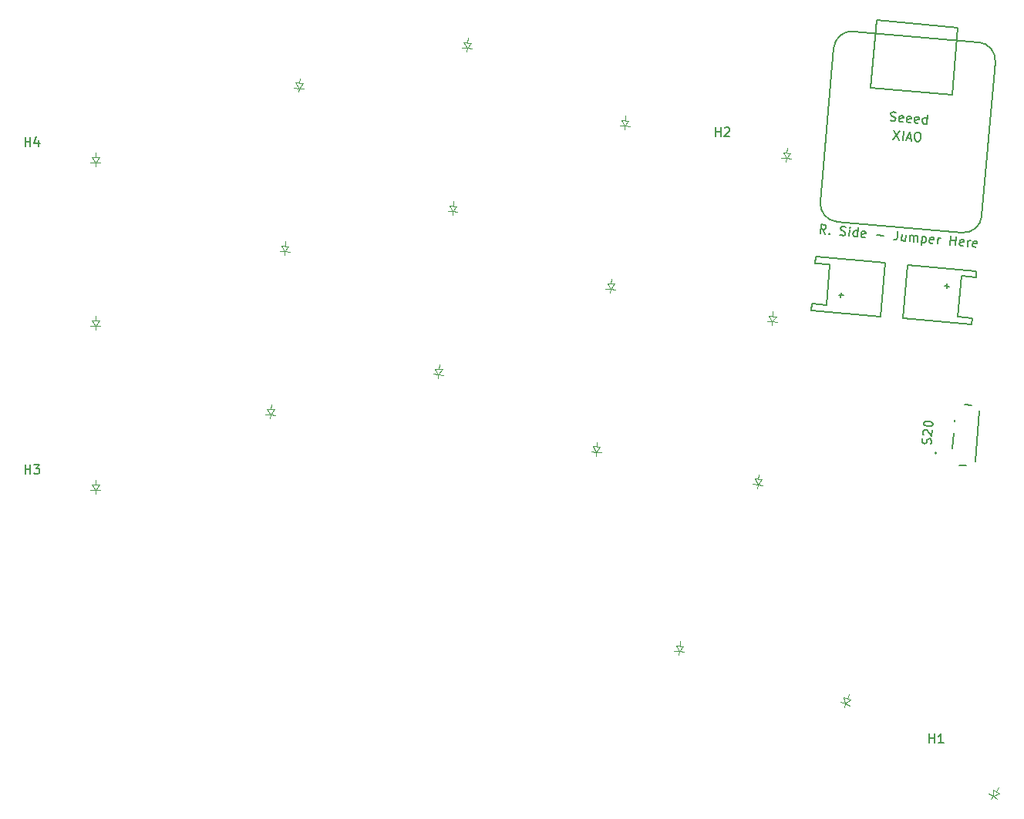
<source format=gbr>
%TF.GenerationSoftware,KiCad,Pcbnew,8.0.6*%
%TF.CreationDate,2024-11-20T19:49:45-07:00*%
%TF.ProjectId,board,626f6172-642e-46b6-9963-61645f706362,v1.0.0*%
%TF.SameCoordinates,Original*%
%TF.FileFunction,Legend,Top*%
%TF.FilePolarity,Positive*%
%FSLAX46Y46*%
G04 Gerber Fmt 4.6, Leading zero omitted, Abs format (unit mm)*
G04 Created by KiCad (PCBNEW 8.0.6) date 2024-11-20 19:49:45*
%MOMM*%
%LPD*%
G01*
G04 APERTURE LIST*
%ADD10C,0.150000*%
%ADD11C,0.100000*%
%ADD12C,0.127000*%
%ADD13C,0.200000*%
G04 APERTURE END LIST*
D10*
X-761904Y33245180D02*
X-761904Y34245180D01*
X-761904Y33768990D02*
X-190476Y33768990D01*
X-190476Y33245180D02*
X-190476Y34245180D01*
X714285Y33911847D02*
X714285Y33245180D01*
X476190Y34292800D02*
X238095Y33578514D01*
X238095Y33578514D02*
X857142Y33578514D01*
X87102338Y23600701D02*
X86811776Y24104132D01*
X86533084Y23650505D02*
X86620239Y24646699D01*
X86620239Y24646699D02*
X86999742Y24613497D01*
X86999742Y24613497D02*
X87090468Y24557759D01*
X87090468Y24557759D02*
X87133755Y24506171D01*
X87133755Y24506171D02*
X87172892Y24407145D01*
X87172892Y24407145D02*
X87160442Y24264831D01*
X87160442Y24264831D02*
X87104703Y24174106D01*
X87104703Y24174106D02*
X87053115Y24130818D01*
X87053115Y24130818D02*
X86954089Y24091681D01*
X86954089Y24091681D02*
X86574586Y24124883D01*
X87537579Y23658225D02*
X87580867Y23606637D01*
X87580867Y23606637D02*
X87529278Y23563349D01*
X87529278Y23563349D02*
X87485991Y23614937D01*
X87485991Y23614937D02*
X87537579Y23658225D01*
X87537579Y23658225D02*
X87529278Y23563349D01*
X88719375Y23507030D02*
X88857538Y23447141D01*
X88857538Y23447141D02*
X89094727Y23426390D01*
X89094727Y23426390D02*
X89193753Y23465527D01*
X89193753Y23465527D02*
X89245341Y23508815D01*
X89245341Y23508815D02*
X89301079Y23599540D01*
X89301079Y23599540D02*
X89309380Y23694416D01*
X89309380Y23694416D02*
X89270243Y23793442D01*
X89270243Y23793442D02*
X89226955Y23845030D01*
X89226955Y23845030D02*
X89136230Y23900768D01*
X89136230Y23900768D02*
X88950629Y23964807D01*
X88950629Y23964807D02*
X88859903Y24020546D01*
X88859903Y24020546D02*
X88816616Y24072134D01*
X88816616Y24072134D02*
X88777478Y24171160D01*
X88777478Y24171160D02*
X88785779Y24266035D01*
X88785779Y24266035D02*
X88841517Y24356761D01*
X88841517Y24356761D02*
X88893105Y24400048D01*
X88893105Y24400048D02*
X88992131Y24439186D01*
X88992131Y24439186D02*
X89229321Y24418434D01*
X89229321Y24418434D02*
X89367484Y24358546D01*
X89711419Y23372436D02*
X89769523Y24036566D01*
X89798575Y24368631D02*
X89746987Y24325344D01*
X89746987Y24325344D02*
X89790274Y24273755D01*
X89790274Y24273755D02*
X89841862Y24317043D01*
X89841862Y24317043D02*
X89798575Y24368631D01*
X89798575Y24368631D02*
X89790274Y24273755D01*
X90612738Y23293581D02*
X90699893Y24289776D01*
X90616888Y23341019D02*
X90517862Y23301882D01*
X90517862Y23301882D02*
X90328110Y23318483D01*
X90328110Y23318483D02*
X90237385Y23374221D01*
X90237385Y23374221D02*
X90194098Y23425809D01*
X90194098Y23425809D02*
X90154960Y23524835D01*
X90154960Y23524835D02*
X90179862Y23809462D01*
X90179862Y23809462D02*
X90235600Y23900188D01*
X90235600Y23900188D02*
X90287188Y23943475D01*
X90287188Y23943475D02*
X90386214Y23982613D01*
X90386214Y23982613D02*
X90575966Y23966012D01*
X90575966Y23966012D02*
X90666691Y23910273D01*
X91470769Y23266314D02*
X91371743Y23227177D01*
X91371743Y23227177D02*
X91181992Y23243778D01*
X91181992Y23243778D02*
X91091266Y23299516D01*
X91091266Y23299516D02*
X91052129Y23398542D01*
X91052129Y23398542D02*
X91085331Y23778045D01*
X91085331Y23778045D02*
X91141070Y23868770D01*
X91141070Y23868770D02*
X91240096Y23907908D01*
X91240096Y23907908D02*
X91429847Y23891307D01*
X91429847Y23891307D02*
X91520572Y23835568D01*
X91520572Y23835568D02*
X91559710Y23736542D01*
X91559710Y23736542D02*
X91551409Y23641667D01*
X91551409Y23641667D02*
X91068730Y23588294D01*
X92733205Y23490472D02*
X93492211Y23424068D01*
X95064175Y23907951D02*
X95001921Y23196383D01*
X95001921Y23196383D02*
X94942033Y23058220D01*
X94942033Y23058220D02*
X94838856Y22971645D01*
X94838856Y22971645D02*
X94692392Y22936658D01*
X94692392Y22936658D02*
X94597517Y22944958D01*
X95936443Y23497031D02*
X95878339Y22832901D01*
X95509502Y23534383D02*
X95463849Y23012567D01*
X95463849Y23012567D02*
X95502986Y22913541D01*
X95502986Y22913541D02*
X95593712Y22857802D01*
X95593712Y22857802D02*
X95736025Y22845352D01*
X95736025Y22845352D02*
X95835051Y22884489D01*
X95835051Y22884489D02*
X95886639Y22927776D01*
X96352717Y22791398D02*
X96410821Y23455528D01*
X96402521Y23360652D02*
X96454109Y23403940D01*
X96454109Y23403940D02*
X96553135Y23443077D01*
X96553135Y23443077D02*
X96695448Y23430626D01*
X96695448Y23430626D02*
X96786174Y23374888D01*
X96786174Y23374888D02*
X96825311Y23275862D01*
X96825311Y23275862D02*
X96779658Y22754046D01*
X96825311Y23275862D02*
X96881049Y23366587D01*
X96881049Y23366587D02*
X96980075Y23405725D01*
X96980075Y23405725D02*
X97122389Y23393274D01*
X97122389Y23393274D02*
X97213114Y23337535D01*
X97213114Y23337535D02*
X97252251Y23238509D01*
X97252251Y23238509D02*
X97206598Y22716693D01*
X97739080Y23339320D02*
X97651925Y22343126D01*
X97734930Y23291882D02*
X97833956Y23331020D01*
X97833956Y23331020D02*
X98023707Y23314419D01*
X98023707Y23314419D02*
X98114433Y23258680D01*
X98114433Y23258680D02*
X98157720Y23207092D01*
X98157720Y23207092D02*
X98196858Y23108066D01*
X98196858Y23108066D02*
X98171956Y22823439D01*
X98171956Y22823439D02*
X98116218Y22732714D01*
X98116218Y22732714D02*
X98064630Y22689426D01*
X98064630Y22689426D02*
X97965604Y22650289D01*
X97965604Y22650289D02*
X97775852Y22666890D01*
X97775852Y22666890D02*
X97685127Y22722628D01*
X98965949Y22610571D02*
X98866923Y22571434D01*
X98866923Y22571434D02*
X98677171Y22588035D01*
X98677171Y22588035D02*
X98586446Y22643773D01*
X98586446Y22643773D02*
X98547309Y22742799D01*
X98547309Y22742799D02*
X98580511Y23122302D01*
X98580511Y23122302D02*
X98636249Y23213027D01*
X98636249Y23213027D02*
X98735275Y23252164D01*
X98735275Y23252164D02*
X98925027Y23235563D01*
X98925027Y23235563D02*
X99015752Y23179825D01*
X99015752Y23179825D02*
X99054889Y23080799D01*
X99054889Y23080799D02*
X99046589Y22985923D01*
X99046589Y22985923D02*
X98563910Y22932550D01*
X99436177Y22521630D02*
X99494281Y23185760D01*
X99477680Y22996009D02*
X99533418Y23086734D01*
X99533418Y23086734D02*
X99585006Y23130022D01*
X99585006Y23130022D02*
X99684032Y23169159D01*
X99684032Y23169159D02*
X99778908Y23160858D01*
X100811875Y22401272D02*
X100899031Y23397467D01*
X100857528Y22923089D02*
X101426782Y22873285D01*
X101381129Y22351469D02*
X101468285Y23347664D01*
X102239161Y22324202D02*
X102140135Y22285065D01*
X102140135Y22285065D02*
X101950383Y22301666D01*
X101950383Y22301666D02*
X101859658Y22357404D01*
X101859658Y22357404D02*
X101820521Y22456430D01*
X101820521Y22456430D02*
X101853723Y22835933D01*
X101853723Y22835933D02*
X101909461Y22926658D01*
X101909461Y22926658D02*
X102008487Y22965796D01*
X102008487Y22965796D02*
X102198238Y22949194D01*
X102198238Y22949194D02*
X102288964Y22893456D01*
X102288964Y22893456D02*
X102328101Y22794430D01*
X102328101Y22794430D02*
X102319801Y22699554D01*
X102319801Y22699554D02*
X101837122Y22646181D01*
X102709389Y22235261D02*
X102767493Y22899391D01*
X102750892Y22709640D02*
X102806630Y22800365D01*
X102806630Y22800365D02*
X102858218Y22843653D01*
X102858218Y22843653D02*
X102957244Y22882790D01*
X102957244Y22882790D02*
X103052120Y22874490D01*
X103709734Y22195543D02*
X103610708Y22156406D01*
X103610708Y22156406D02*
X103420957Y22173007D01*
X103420957Y22173007D02*
X103330231Y22228746D01*
X103330231Y22228746D02*
X103291094Y22327772D01*
X103291094Y22327772D02*
X103324296Y22707274D01*
X103324296Y22707274D02*
X103380035Y22798000D01*
X103380035Y22798000D02*
X103479061Y22837137D01*
X103479061Y22837137D02*
X103668812Y22820536D01*
X103668812Y22820536D02*
X103759538Y22764798D01*
X103759538Y22764798D02*
X103798675Y22665772D01*
X103798675Y22665772D02*
X103790374Y22570896D01*
X103790374Y22570896D02*
X103307695Y22517523D01*
X94647192Y34986451D02*
X95224166Y33932152D01*
X95311322Y34928347D02*
X94560036Y33990256D01*
X95603669Y33898950D02*
X95690824Y34895145D01*
X96055510Y34146224D02*
X96529889Y34104722D01*
X95935733Y33869898D02*
X96354954Y34837041D01*
X96354954Y34837041D02*
X96599863Y33811794D01*
X97208835Y34762336D02*
X97398586Y34745735D01*
X97398586Y34745735D02*
X97489312Y34689996D01*
X97489312Y34689996D02*
X97575887Y34586820D01*
X97575887Y34586820D02*
X97606724Y34392918D01*
X97606724Y34392918D02*
X97577672Y34060854D01*
X97577672Y34060854D02*
X97513633Y33875252D01*
X97513633Y33875252D02*
X97410457Y33788677D01*
X97410457Y33788677D02*
X97311431Y33749540D01*
X97311431Y33749540D02*
X97121679Y33766141D01*
X97121679Y33766141D02*
X97030954Y33821880D01*
X97030954Y33821880D02*
X96944379Y33925056D01*
X96944379Y33925056D02*
X96913542Y34118957D01*
X96913542Y34118957D02*
X96942594Y34451022D01*
X96942594Y34451022D02*
X97006633Y34636623D01*
X97006633Y34636623D02*
X97109809Y34723199D01*
X97109809Y34723199D02*
X97208835Y34762336D01*
X94240400Y36073661D02*
X94378563Y36013772D01*
X94378563Y36013772D02*
X94615753Y35993021D01*
X94615753Y35993021D02*
X94714779Y36032158D01*
X94714779Y36032158D02*
X94766367Y36075446D01*
X94766367Y36075446D02*
X94822105Y36166171D01*
X94822105Y36166171D02*
X94830406Y36261047D01*
X94830406Y36261047D02*
X94791268Y36360073D01*
X94791268Y36360073D02*
X94747981Y36411661D01*
X94747981Y36411661D02*
X94657255Y36467399D01*
X94657255Y36467399D02*
X94471654Y36531438D01*
X94471654Y36531438D02*
X94380929Y36587176D01*
X94380929Y36587176D02*
X94337641Y36638765D01*
X94337641Y36638765D02*
X94298504Y36737790D01*
X94298504Y36737790D02*
X94306804Y36832666D01*
X94306804Y36832666D02*
X94362543Y36923392D01*
X94362543Y36923392D02*
X94414131Y36966679D01*
X94414131Y36966679D02*
X94513157Y37005816D01*
X94513157Y37005816D02*
X94750346Y36985065D01*
X94750346Y36985065D02*
X94888509Y36925176D01*
X95616098Y35953303D02*
X95517072Y35914165D01*
X95517072Y35914165D02*
X95327320Y35930767D01*
X95327320Y35930767D02*
X95236595Y35986505D01*
X95236595Y35986505D02*
X95197458Y36085531D01*
X95197458Y36085531D02*
X95230660Y36465034D01*
X95230660Y36465034D02*
X95286398Y36555759D01*
X95286398Y36555759D02*
X95385424Y36594896D01*
X95385424Y36594896D02*
X95575175Y36578295D01*
X95575175Y36578295D02*
X95665901Y36522557D01*
X95665901Y36522557D02*
X95705038Y36423531D01*
X95705038Y36423531D02*
X95696738Y36328655D01*
X95696738Y36328655D02*
X95214059Y36275282D01*
X96469979Y35878598D02*
X96370953Y35839461D01*
X96370953Y35839461D02*
X96181202Y35856062D01*
X96181202Y35856062D02*
X96090476Y35911800D01*
X96090476Y35911800D02*
X96051339Y36010826D01*
X96051339Y36010826D02*
X96084541Y36390329D01*
X96084541Y36390329D02*
X96140279Y36481054D01*
X96140279Y36481054D02*
X96239305Y36520191D01*
X96239305Y36520191D02*
X96429057Y36503590D01*
X96429057Y36503590D02*
X96519782Y36447852D01*
X96519782Y36447852D02*
X96558919Y36348826D01*
X96558919Y36348826D02*
X96550619Y36253950D01*
X96550619Y36253950D02*
X96067940Y36200577D01*
X97323860Y35803893D02*
X97224834Y35764756D01*
X97224834Y35764756D02*
X97035083Y35781357D01*
X97035083Y35781357D02*
X96944357Y35837095D01*
X96944357Y35837095D02*
X96905220Y35936121D01*
X96905220Y35936121D02*
X96938422Y36315624D01*
X96938422Y36315624D02*
X96994161Y36406349D01*
X96994161Y36406349D02*
X97093187Y36445486D01*
X97093187Y36445486D02*
X97282938Y36428885D01*
X97282938Y36428885D02*
X97373663Y36373147D01*
X97373663Y36373147D02*
X97412801Y36274121D01*
X97412801Y36274121D02*
X97404500Y36179245D01*
X97404500Y36179245D02*
X96921821Y36125872D01*
X98221029Y35677600D02*
X98308185Y36673795D01*
X98225179Y35725038D02*
X98126153Y35685900D01*
X98126153Y35685900D02*
X97936402Y35702501D01*
X97936402Y35702501D02*
X97845677Y35758240D01*
X97845677Y35758240D02*
X97802389Y35809828D01*
X97802389Y35809828D02*
X97763252Y35908854D01*
X97763252Y35908854D02*
X97788153Y36193481D01*
X97788153Y36193481D02*
X97843892Y36284206D01*
X97843892Y36284206D02*
X97895480Y36327494D01*
X97895480Y36327494D02*
X97994506Y36366631D01*
X97994506Y36366631D02*
X98184257Y36350030D01*
X98184257Y36350030D02*
X98274983Y36294292D01*
X98671941Y516800D02*
X98731830Y654963D01*
X98731830Y654963D02*
X98752581Y892153D01*
X98752581Y892153D02*
X98713444Y991179D01*
X98713444Y991179D02*
X98670156Y1042767D01*
X98670156Y1042767D02*
X98579431Y1098505D01*
X98579431Y1098505D02*
X98484555Y1106806D01*
X98484555Y1106806D02*
X98385529Y1067668D01*
X98385529Y1067668D02*
X98333941Y1024381D01*
X98333941Y1024381D02*
X98278203Y933655D01*
X98278203Y933655D02*
X98214164Y748054D01*
X98214164Y748054D02*
X98158425Y657329D01*
X98158425Y657329D02*
X98106837Y614041D01*
X98106837Y614041D02*
X98007811Y574904D01*
X98007811Y574904D02*
X97912935Y583205D01*
X97912935Y583205D02*
X97822210Y638943D01*
X97822210Y638943D02*
X97778922Y690531D01*
X97778922Y690531D02*
X97739785Y789557D01*
X97739785Y789557D02*
X97760537Y1026746D01*
X97760537Y1026746D02*
X97820425Y1164910D01*
X97901065Y1540262D02*
X97857778Y1591850D01*
X97857778Y1591850D02*
X97818640Y1690876D01*
X97818640Y1690876D02*
X97839392Y1928065D01*
X97839392Y1928065D02*
X97895130Y2018791D01*
X97895130Y2018791D02*
X97946718Y2062078D01*
X97946718Y2062078D02*
X98045744Y2101216D01*
X98045744Y2101216D02*
X98140620Y2092915D01*
X98140620Y2092915D02*
X98278783Y2033026D01*
X98278783Y2033026D02*
X98798234Y1413969D01*
X98798234Y1413969D02*
X98852188Y2030661D01*
X97909946Y2734509D02*
X97918247Y2829384D01*
X97918247Y2829384D02*
X97973985Y2920110D01*
X97973985Y2920110D02*
X98025573Y2963397D01*
X98025573Y2963397D02*
X98124599Y3002535D01*
X98124599Y3002535D02*
X98318501Y3033371D01*
X98318501Y3033371D02*
X98555690Y3012620D01*
X98555690Y3012620D02*
X98741291Y2948581D01*
X98741291Y2948581D02*
X98832017Y2892843D01*
X98832017Y2892843D02*
X98875304Y2841255D01*
X98875304Y2841255D02*
X98914442Y2742229D01*
X98914442Y2742229D02*
X98906141Y2647353D01*
X98906141Y2647353D02*
X98850403Y2556628D01*
X98850403Y2556628D02*
X98798815Y2513340D01*
X98798815Y2513340D02*
X98699789Y2474203D01*
X98699789Y2474203D02*
X98505887Y2443366D01*
X98505887Y2443366D02*
X98268698Y2464117D01*
X98268698Y2464117D02*
X98083097Y2528156D01*
X98083097Y2528156D02*
X97992371Y2583895D01*
X97992371Y2583895D02*
X97949084Y2635483D01*
X97949084Y2635483D02*
X97909946Y2734509D01*
X75039687Y34315955D02*
X75039687Y35315955D01*
X75039687Y34839765D02*
X75611115Y34839765D01*
X75611115Y34315955D02*
X75611115Y35315955D01*
X76039687Y35220717D02*
X76087306Y35268336D01*
X76087306Y35268336D02*
X76182544Y35315955D01*
X76182544Y35315955D02*
X76420639Y35315955D01*
X76420639Y35315955D02*
X76515877Y35268336D01*
X76515877Y35268336D02*
X76563496Y35220717D01*
X76563496Y35220717D02*
X76611115Y35125479D01*
X76611115Y35125479D02*
X76611115Y35030241D01*
X76611115Y35030241D02*
X76563496Y34887384D01*
X76563496Y34887384D02*
X75992068Y34315955D01*
X75992068Y34315955D02*
X76611115Y34315955D01*
X98529527Y-32317869D02*
X98529527Y-31317869D01*
X98529527Y-31794059D02*
X99100955Y-31794059D01*
X99100955Y-32317869D02*
X99100955Y-31317869D01*
X100100955Y-32317869D02*
X99529527Y-32317869D01*
X99815241Y-32317869D02*
X99815241Y-31317869D01*
X99815241Y-31317869D02*
X99720003Y-31460726D01*
X99720003Y-31460726D02*
X99624765Y-31555964D01*
X99624765Y-31555964D02*
X99529527Y-31603583D01*
X-761904Y-2754819D02*
X-761904Y-1754819D01*
X-761904Y-2231009D02*
X-190476Y-2231009D01*
X-190476Y-2754819D02*
X-190476Y-1754819D01*
X190476Y-1754819D02*
X809523Y-1754819D01*
X809523Y-1754819D02*
X476190Y-2135771D01*
X476190Y-2135771D02*
X619047Y-2135771D01*
X619047Y-2135771D02*
X714285Y-2183390D01*
X714285Y-2183390D02*
X761904Y-2231009D01*
X761904Y-2231009D02*
X809523Y-2326247D01*
X809523Y-2326247D02*
X809523Y-2564342D01*
X809523Y-2564342D02*
X761904Y-2659580D01*
X761904Y-2659580D02*
X714285Y-2707200D01*
X714285Y-2707200D02*
X619047Y-2754819D01*
X619047Y-2754819D02*
X333333Y-2754819D01*
X333333Y-2754819D02*
X238095Y-2707200D01*
X238095Y-2707200D02*
X190476Y-2659580D01*
D11*
%TO.C,D2*%
X6575552Y14056658D02*
X7375552Y14056658D01*
X6975552Y14056658D02*
X6975552Y14556658D01*
X6975552Y13456658D02*
X6425552Y13456658D01*
X6975552Y13456658D02*
X6575552Y14056658D01*
X6975552Y13456658D02*
X7525552Y13456658D01*
X6975552Y13056658D02*
X6975552Y13456658D01*
X7375552Y14056658D02*
X6975552Y13456658D01*
%TO.C,D12*%
X64730601Y36109605D02*
X65527557Y36039880D01*
X65041923Y35078548D02*
X65076784Y35477026D01*
X65076784Y35477026D02*
X64528878Y35524962D01*
X65076784Y35477026D02*
X64730601Y36109605D01*
X65076784Y35477026D02*
X65624693Y35429090D01*
X65129079Y36074743D02*
X65172657Y36572840D01*
X65527557Y36039880D02*
X65076784Y35477026D01*
%TO.C,D10*%
X61592994Y246595D02*
X62389950Y176870D01*
X61904316Y-784462D02*
X61939177Y-385984D01*
X61939177Y-385984D02*
X61391271Y-338048D01*
X61939177Y-385984D02*
X61592994Y246595D01*
X61939177Y-385984D02*
X62487086Y-433920D01*
X61991472Y211733D02*
X62035050Y709830D01*
X62389950Y176870D02*
X61939177Y-385984D01*
D10*
%TO.C,JST1*%
X85562607Y15207780D02*
X93133686Y14545396D01*
X85623616Y15905116D02*
X85562607Y15207780D01*
X86015817Y20387992D02*
X87609728Y20248543D01*
X86076826Y21085329D02*
X86015817Y20387992D01*
X87217527Y15765667D02*
X85623616Y15905116D01*
X87609728Y20248543D02*
X87217527Y15765667D01*
X88571715Y16901966D02*
X89069813Y16858388D01*
X88798975Y16631128D02*
X88842553Y17129225D01*
X93133686Y14545396D02*
X93647905Y20422945D01*
X93647905Y20422945D02*
X86076826Y21085329D01*
D11*
%TO.C,D5*%
X27385944Y22311901D02*
X28182900Y22242176D01*
X27697266Y21280844D02*
X27732127Y21679322D01*
X27732127Y21679322D02*
X27184221Y21727258D01*
X27732127Y21679322D02*
X27385944Y22311901D01*
X27732127Y21679322D02*
X28280036Y21631386D01*
X27784422Y22277039D02*
X27828000Y22775136D01*
X28182900Y22242176D02*
X27732127Y21679322D01*
%TO.C,D4*%
X25817141Y4380397D02*
X26614097Y4310672D01*
X26128463Y3349340D02*
X26163324Y3747818D01*
X26163324Y3747818D02*
X25615418Y3795754D01*
X26163324Y3747818D02*
X25817141Y4380397D01*
X26163324Y3747818D02*
X26711233Y3699882D01*
X26215619Y4345535D02*
X26259197Y4843632D01*
X26614097Y4310672D02*
X26163324Y3747818D01*
D10*
%TO.C,JST2*%
X95624174Y14327507D02*
X103195253Y13665123D01*
X96138393Y20205056D02*
X95624174Y14327507D01*
X100473104Y18119324D02*
X100429526Y17621227D01*
X100700364Y17848486D02*
X100202266Y17892064D01*
X101662351Y14501909D02*
X102054552Y18984785D01*
X102054552Y18984785D02*
X103648463Y18845336D01*
X103195253Y13665123D02*
X103256262Y14362460D01*
X103256262Y14362460D02*
X101662351Y14501909D01*
X103648463Y18845336D02*
X103709472Y19542672D01*
X103709472Y19542672D02*
X96138393Y20205056D01*
D11*
%TO.C,D17*%
X89128183Y-27327152D02*
X89882296Y-27594197D01*
X89171433Y-28403316D02*
X89304957Y-28026260D01*
X89304957Y-28026260D02*
X88786503Y-27842666D01*
X89304957Y-28026260D02*
X89128183Y-27327152D01*
X89304957Y-28026260D02*
X89823408Y-28209853D01*
X89505240Y-27460675D02*
X89672143Y-26989354D01*
X89882296Y-27594197D02*
X89304957Y-28026260D01*
%TO.C,D6*%
X28954747Y40243406D02*
X29751703Y40173681D01*
X29266069Y39212349D02*
X29300930Y39610827D01*
X29300930Y39610827D02*
X28753024Y39658763D01*
X29300930Y39610827D02*
X28954747Y40243406D01*
X29300930Y39610827D02*
X29848839Y39562891D01*
X29353225Y40208544D02*
X29396803Y40706641D01*
X29751703Y40173681D02*
X29300930Y39610827D01*
%TO.C,D14*%
X80918990Y14616907D02*
X81715946Y14547182D01*
X81230312Y13585850D02*
X81265173Y13984328D01*
X81265173Y13984328D02*
X80717267Y14032264D01*
X81265173Y13984328D02*
X80918990Y14616907D01*
X81265173Y13984328D02*
X81813082Y13936392D01*
X81317468Y14582045D02*
X81361046Y15080142D01*
X81715946Y14547182D02*
X81265173Y13984328D01*
D12*
%TO.C,U1*%
X88035956Y44051974D02*
X86554308Y27116664D01*
X88372386Y24949963D02*
X102119873Y23747214D01*
X103950144Y44667303D02*
X90202657Y45870052D01*
X104286574Y25565292D02*
X105768222Y42500602D01*
X88035956Y44051974D02*
G75*
G02*
X90202657Y45870052I1992388J-174310D01*
G01*
X88372386Y24949963D02*
G75*
G02*
X86554308Y27116664I174311J1992389D01*
G01*
X103950144Y44667303D02*
G75*
G02*
X105768222Y42500602I-174312J-1992390D01*
G01*
X104286574Y25565292D02*
G75*
G02*
X102119873Y23747214I-1992389J174311D01*
G01*
X101683389Y46295088D02*
X101036342Y38899308D01*
X92070590Y39683710D01*
X92717637Y47079489D01*
X101683389Y46295088D01*
D11*
%TO.C,D15*%
X82487794Y32548412D02*
X83284750Y32478687D01*
X82799116Y31517355D02*
X82833977Y31915833D01*
X82833977Y31915833D02*
X82286071Y31963769D01*
X82833977Y31915833D02*
X82487794Y32548412D01*
X82833977Y31915833D02*
X83381886Y31867897D01*
X82886272Y32513550D02*
X82929850Y33011647D01*
X83284750Y32478687D02*
X82833977Y31915833D01*
D12*
%TO.C,S20*%
X101067241Y39315D02*
X101211919Y1692998D01*
X101328708Y3027899D02*
X101342653Y3187290D01*
X102586582Y-1870371D02*
X101829474Y-1804133D01*
X103170526Y4804133D02*
X102413418Y4870371D01*
X104041704Y4205929D02*
X103548402Y-1432533D01*
D13*
X99315696Y-471255D02*
G75*
G02*
X99115696Y-471255I-100000J0D01*
G01*
X99115696Y-471255D02*
G75*
G02*
X99315696Y-471255I100000J0D01*
G01*
D11*
%TO.C,D16*%
X70720865Y-21632207D02*
X71517821Y-21701932D01*
X71032187Y-22663264D02*
X71067048Y-22264786D01*
X71067048Y-22264786D02*
X70519142Y-22216850D01*
X71067048Y-22264786D02*
X70720865Y-21632207D01*
X71067048Y-22264786D02*
X71614957Y-22312722D01*
X71119343Y-21667069D02*
X71162921Y-21168972D01*
X71517821Y-21701932D02*
X71067048Y-22264786D01*
%TO.C,D8*%
X45840383Y26720266D02*
X46637339Y26650541D01*
X46151705Y25689209D02*
X46186566Y26087687D01*
X46186566Y26087687D02*
X45638660Y26135623D01*
X46186566Y26087687D02*
X45840383Y26720266D01*
X46186566Y26087687D02*
X46734475Y26039751D01*
X46238861Y26685404D02*
X46282439Y27183501D01*
X46637339Y26650541D02*
X46186566Y26087687D01*
%TO.C,D13*%
X79350187Y-3314597D02*
X80147143Y-3384322D01*
X79661509Y-4345654D02*
X79696370Y-3947176D01*
X79696370Y-3947176D02*
X79148464Y-3899240D01*
X79696370Y-3947176D02*
X79350187Y-3314597D01*
X79696370Y-3947176D02*
X80244279Y-3995112D01*
X79748665Y-3349459D02*
X79792243Y-2851362D01*
X80147143Y-3384322D02*
X79696370Y-3947176D01*
%TO.C,D3*%
X6575552Y32056658D02*
X7375552Y32056658D01*
X6975552Y32056658D02*
X6975552Y32556658D01*
X6975552Y31456658D02*
X6425552Y31456658D01*
X6975552Y31456658D02*
X6575552Y32056658D01*
X6975552Y31456658D02*
X7525552Y31456658D01*
X6975552Y31056658D02*
X6975552Y31456658D01*
X7375552Y32056658D02*
X6975552Y31456658D01*
%TO.C,D18*%
X105295705Y-38502238D02*
X105519382Y-38170623D01*
X105519382Y-38170623D02*
X105063412Y-37863067D01*
X105519382Y-38170623D02*
X105523283Y-37449523D01*
X105519382Y-38170623D02*
X105975353Y-38478179D01*
X105523283Y-37449523D02*
X106186513Y-37896878D01*
X105854898Y-37673201D02*
X106134495Y-37258682D01*
X106186513Y-37896878D02*
X105519382Y-38170623D01*
%TO.C,D11*%
X63161797Y18178100D02*
X63958753Y18108375D01*
X63473119Y17147043D02*
X63507980Y17545521D01*
X63507980Y17545521D02*
X62960074Y17593457D01*
X63507980Y17545521D02*
X63161797Y18178100D01*
X63507980Y17545521D02*
X64055889Y17497585D01*
X63560275Y18143238D02*
X63603853Y18641335D01*
X63958753Y18108375D02*
X63507980Y17545521D01*
%TO.C,D9*%
X47409186Y44651771D02*
X48206142Y44582046D01*
X47720508Y43620714D02*
X47755369Y44019192D01*
X47755369Y44019192D02*
X47207463Y44067128D01*
X47755369Y44019192D02*
X47409186Y44651771D01*
X47755369Y44019192D02*
X48303278Y43971256D01*
X47807664Y44616909D02*
X47851242Y45115006D01*
X48206142Y44582046D02*
X47755369Y44019192D01*
%TO.C,D1*%
X6575552Y-3943342D02*
X7375552Y-3943342D01*
X6975552Y-3943342D02*
X6975552Y-3443342D01*
X6975552Y-4543342D02*
X6425552Y-4543342D01*
X6975552Y-4543342D02*
X6575552Y-3943342D01*
X6975552Y-4543342D02*
X7525552Y-4543342D01*
X6975552Y-4943342D02*
X6975552Y-4543342D01*
X7375552Y-3943342D02*
X6975552Y-4543342D01*
%TO.C,D7*%
X44271580Y8788762D02*
X45068536Y8719037D01*
X44582902Y7757705D02*
X44617763Y8156183D01*
X44617763Y8156183D02*
X44069857Y8204119D01*
X44617763Y8156183D02*
X44271580Y8788762D01*
X44617763Y8156183D02*
X45165672Y8108247D01*
X44670058Y8753900D02*
X44713636Y9251997D01*
X45068536Y8719037D02*
X44617763Y8156183D01*
%TD*%
M02*

</source>
